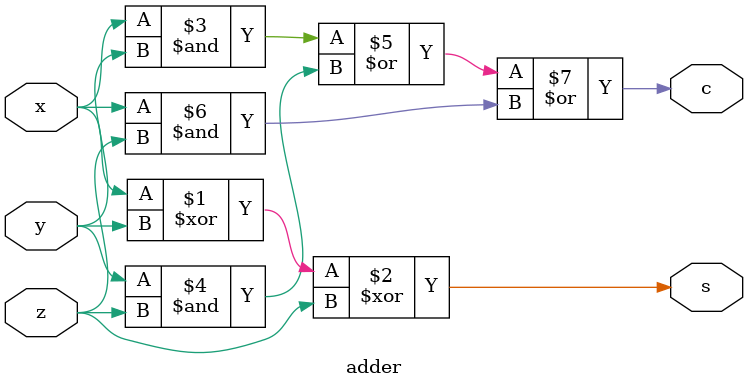
<source format=v>
`timescale 1ns / 1ps
module adder_2bit(a,b,ci,s,co    );

	input [1:0]a,b;
	input ci;
	
	output [1:0]s;
	output co;
	wire x;
	
	adder a1 (a[0],b[0],ci,s[0],x);
	adder a2 (a[1],b[1],x,s[1],co);

	

endmodule

	
module adder( x,y,z,s,c    );
	input x ,y, z;
	output s,c;


	assign  s =x^y^z;
	assign  c =(x&y) | (y&z) | (x&z);


endmodule

</source>
